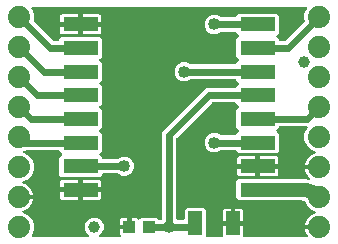
<source format=gbr>
G04 EAGLE Gerber RS-274X export*
G75*
%MOMM*%
%FSLAX34Y34*%
%LPD*%
%INTop Copper*%
%IPPOS*%
%AMOC8*
5,1,8,0,0,1.08239X$1,22.5*%
G01*
%ADD10R,3.000000X1.200000*%
%ADD11R,1.100000X1.000000*%
%ADD12C,1.879600*%
%ADD13C,1.000000*%
%ADD14R,1.200000X2.000000*%
%ADD15C,1.016000*%
%ADD16C,0.609600*%
%ADD17C,1.193800*%

G36*
X71031Y4069D02*
X71031Y4069D01*
X71060Y4066D01*
X71171Y4089D01*
X71283Y4105D01*
X71310Y4117D01*
X71339Y4122D01*
X71439Y4175D01*
X71543Y4221D01*
X71565Y4240D01*
X71591Y4253D01*
X71673Y4331D01*
X71760Y4404D01*
X71776Y4429D01*
X71797Y4449D01*
X71854Y4547D01*
X71917Y4641D01*
X71926Y4669D01*
X71941Y4694D01*
X71969Y4804D01*
X72003Y4912D01*
X72004Y4942D01*
X72011Y4970D01*
X72007Y5083D01*
X72010Y5196D01*
X72003Y5225D01*
X72002Y5254D01*
X71967Y5362D01*
X71938Y5471D01*
X71923Y5497D01*
X71914Y5525D01*
X71869Y5588D01*
X71793Y5716D01*
X71748Y5759D01*
X71720Y5798D01*
X69377Y8141D01*
X68151Y11099D01*
X68151Y14301D01*
X69377Y17259D01*
X71641Y19523D01*
X74599Y20749D01*
X77801Y20749D01*
X80759Y19523D01*
X83023Y17259D01*
X84249Y14301D01*
X84249Y11099D01*
X83023Y8141D01*
X80680Y5798D01*
X80663Y5774D01*
X80640Y5755D01*
X80578Y5661D01*
X80510Y5571D01*
X80499Y5543D01*
X80483Y5519D01*
X80449Y5411D01*
X80408Y5305D01*
X80406Y5276D01*
X80397Y5248D01*
X80394Y5134D01*
X80385Y5022D01*
X80391Y4993D01*
X80390Y4964D01*
X80418Y4854D01*
X80441Y4743D01*
X80454Y4717D01*
X80462Y4689D01*
X80519Y4591D01*
X80572Y4491D01*
X80592Y4469D01*
X80607Y4444D01*
X80689Y4367D01*
X80767Y4285D01*
X80793Y4270D01*
X80814Y4250D01*
X80915Y4198D01*
X81013Y4141D01*
X81041Y4134D01*
X81067Y4120D01*
X81145Y4107D01*
X81288Y4071D01*
X81351Y4073D01*
X81398Y4065D01*
X97891Y4065D01*
X97920Y4069D01*
X97949Y4066D01*
X98060Y4089D01*
X98173Y4105D01*
X98199Y4117D01*
X98228Y4122D01*
X98329Y4174D01*
X98432Y4221D01*
X98454Y4240D01*
X98480Y4253D01*
X98563Y4331D01*
X98649Y4404D01*
X98665Y4429D01*
X98687Y4449D01*
X98744Y4547D01*
X98807Y4641D01*
X98815Y4669D01*
X98830Y4694D01*
X98858Y4804D01*
X98892Y4912D01*
X98893Y4941D01*
X98900Y4970D01*
X98897Y5083D01*
X98900Y5196D01*
X98892Y5225D01*
X98891Y5254D01*
X98856Y5362D01*
X98828Y5471D01*
X98813Y5497D01*
X98804Y5525D01*
X98758Y5589D01*
X98683Y5716D01*
X98637Y5759D01*
X98609Y5798D01*
X98267Y6140D01*
X97932Y6719D01*
X97759Y7366D01*
X97759Y10669D01*
X104784Y10669D01*
X104842Y10677D01*
X104900Y10675D01*
X104982Y10697D01*
X105065Y10709D01*
X105119Y10733D01*
X105175Y10747D01*
X105248Y10790D01*
X105325Y10825D01*
X105369Y10863D01*
X105420Y10893D01*
X105477Y10954D01*
X105542Y11009D01*
X105574Y11057D01*
X105614Y11100D01*
X105653Y11175D01*
X105699Y11245D01*
X105717Y11301D01*
X105744Y11353D01*
X105755Y11421D01*
X105785Y11516D01*
X105788Y11616D01*
X105799Y11684D01*
X105799Y12701D01*
X106816Y12701D01*
X106874Y12709D01*
X106932Y12708D01*
X107014Y12729D01*
X107097Y12741D01*
X107151Y12765D01*
X107207Y12779D01*
X107280Y12822D01*
X107357Y12857D01*
X107401Y12895D01*
X107452Y12925D01*
X107509Y12986D01*
X107574Y13041D01*
X107606Y13089D01*
X107646Y13132D01*
X107685Y13207D01*
X107731Y13277D01*
X107749Y13333D01*
X107776Y13385D01*
X107787Y13453D01*
X107817Y13548D01*
X107820Y13648D01*
X107831Y13716D01*
X107831Y20241D01*
X111634Y20241D01*
X112281Y20068D01*
X112860Y19733D01*
X113223Y19370D01*
X113270Y19335D01*
X113310Y19293D01*
X113383Y19250D01*
X113450Y19199D01*
X113505Y19178D01*
X113555Y19149D01*
X113637Y19128D01*
X113716Y19098D01*
X113774Y19093D01*
X113831Y19079D01*
X113915Y19082D01*
X113999Y19075D01*
X114056Y19086D01*
X114115Y19088D01*
X114195Y19114D01*
X114278Y19130D01*
X114330Y19157D01*
X114385Y19175D01*
X114442Y19216D01*
X114530Y19261D01*
X114602Y19330D01*
X114659Y19370D01*
X116037Y20749D01*
X129563Y20749D01*
X131217Y19094D01*
X131287Y19042D01*
X131351Y18982D01*
X131401Y18956D01*
X131445Y18923D01*
X131526Y18892D01*
X131604Y18852D01*
X131652Y18844D01*
X131710Y18822D01*
X131858Y18810D01*
X131935Y18797D01*
X132588Y18797D01*
X132646Y18805D01*
X132704Y18803D01*
X132786Y18825D01*
X132870Y18837D01*
X132923Y18860D01*
X132979Y18875D01*
X133052Y18918D01*
X133129Y18953D01*
X133174Y18991D01*
X133224Y19020D01*
X133282Y19082D01*
X133346Y19136D01*
X133378Y19185D01*
X133418Y19228D01*
X133457Y19303D01*
X133504Y19373D01*
X133521Y19429D01*
X133548Y19481D01*
X133559Y19549D01*
X133589Y19644D01*
X133592Y19744D01*
X133603Y19812D01*
X133603Y91865D01*
X134531Y94106D01*
X136389Y95964D01*
X168036Y127611D01*
X169894Y129469D01*
X172135Y130397D01*
X195636Y130397D01*
X195694Y130405D01*
X195752Y130403D01*
X195834Y130425D01*
X195918Y130437D01*
X195971Y130460D01*
X196027Y130475D01*
X196100Y130518D01*
X196177Y130553D01*
X196222Y130591D01*
X196272Y130620D01*
X196330Y130682D01*
X196394Y130736D01*
X196426Y130785D01*
X196466Y130828D01*
X196505Y130903D01*
X196552Y130973D01*
X196569Y131029D01*
X196596Y131081D01*
X196607Y131149D01*
X196637Y131244D01*
X196640Y131344D01*
X196651Y131412D01*
X196651Y131563D01*
X198671Y133582D01*
X198706Y133629D01*
X198748Y133669D01*
X198791Y133742D01*
X198841Y133809D01*
X198862Y133864D01*
X198892Y133914D01*
X198913Y133996D01*
X198943Y134075D01*
X198948Y134133D01*
X198962Y134190D01*
X198959Y134274D01*
X198966Y134358D01*
X198955Y134416D01*
X198953Y134474D01*
X198927Y134554D01*
X198910Y134637D01*
X198883Y134689D01*
X198865Y134745D01*
X198825Y134801D01*
X198779Y134889D01*
X198711Y134962D01*
X198671Y135018D01*
X196651Y137037D01*
X196651Y137188D01*
X196643Y137246D01*
X196645Y137304D01*
X196623Y137386D01*
X196611Y137470D01*
X196588Y137523D01*
X196573Y137579D01*
X196530Y137652D01*
X196495Y137729D01*
X196457Y137774D01*
X196428Y137824D01*
X196366Y137882D01*
X196312Y137946D01*
X196263Y137978D01*
X196220Y138018D01*
X196145Y138057D01*
X196075Y138104D01*
X196019Y138121D01*
X195967Y138148D01*
X195899Y138159D01*
X195804Y138189D01*
X195704Y138192D01*
X195636Y138203D01*
X158220Y138203D01*
X158133Y138191D01*
X158046Y138188D01*
X157993Y138171D01*
X157938Y138163D01*
X157858Y138128D01*
X157775Y138101D01*
X157736Y138073D01*
X157679Y138047D01*
X157565Y137951D01*
X157502Y137906D01*
X157005Y137409D01*
X154017Y136171D01*
X150783Y136171D01*
X147795Y137409D01*
X145509Y139695D01*
X144271Y142683D01*
X144271Y145917D01*
X145509Y148905D01*
X147795Y151191D01*
X150783Y152429D01*
X154017Y152429D01*
X157005Y151191D01*
X157502Y150694D01*
X157571Y150642D01*
X157635Y150582D01*
X157685Y150556D01*
X157729Y150523D01*
X157811Y150492D01*
X157889Y150452D01*
X157936Y150444D01*
X157995Y150422D01*
X158142Y150410D01*
X158220Y150397D01*
X195636Y150397D01*
X195694Y150405D01*
X195752Y150403D01*
X195834Y150425D01*
X195918Y150437D01*
X195971Y150460D01*
X196027Y150475D01*
X196100Y150518D01*
X196177Y150553D01*
X196222Y150591D01*
X196272Y150620D01*
X196330Y150682D01*
X196394Y150736D01*
X196426Y150785D01*
X196466Y150828D01*
X196505Y150903D01*
X196552Y150973D01*
X196569Y151029D01*
X196596Y151081D01*
X196607Y151149D01*
X196637Y151244D01*
X196640Y151344D01*
X196651Y151412D01*
X196651Y151563D01*
X198671Y153582D01*
X198706Y153629D01*
X198748Y153669D01*
X198791Y153742D01*
X198841Y153809D01*
X198862Y153864D01*
X198892Y153914D01*
X198913Y153996D01*
X198943Y154075D01*
X198948Y154133D01*
X198962Y154190D01*
X198959Y154274D01*
X198966Y154358D01*
X198955Y154416D01*
X198953Y154474D01*
X198927Y154554D01*
X198910Y154637D01*
X198883Y154689D01*
X198865Y154745D01*
X198825Y154801D01*
X198779Y154889D01*
X198736Y154935D01*
X198722Y154958D01*
X198696Y154983D01*
X198671Y155018D01*
X196651Y157037D01*
X196651Y171563D01*
X198671Y173582D01*
X198706Y173629D01*
X198748Y173669D01*
X198791Y173742D01*
X198841Y173809D01*
X198862Y173864D01*
X198892Y173914D01*
X198913Y173996D01*
X198943Y174075D01*
X198948Y174133D01*
X198962Y174190D01*
X198959Y174274D01*
X198966Y174358D01*
X198955Y174416D01*
X198953Y174474D01*
X198927Y174554D01*
X198910Y174637D01*
X198883Y174689D01*
X198865Y174745D01*
X198825Y174801D01*
X198779Y174889D01*
X198711Y174962D01*
X198671Y175018D01*
X196651Y177037D01*
X196651Y177188D01*
X196643Y177246D01*
X196645Y177304D01*
X196623Y177386D01*
X196611Y177470D01*
X196588Y177523D01*
X196573Y177579D01*
X196530Y177652D01*
X196495Y177729D01*
X196457Y177774D01*
X196428Y177824D01*
X196366Y177882D01*
X196312Y177946D01*
X196263Y177978D01*
X196220Y178018D01*
X196145Y178057D01*
X196075Y178104D01*
X196019Y178121D01*
X195967Y178148D01*
X195899Y178159D01*
X195804Y178189D01*
X195704Y178192D01*
X195636Y178203D01*
X183620Y178203D01*
X183533Y178191D01*
X183446Y178188D01*
X183393Y178171D01*
X183338Y178163D01*
X183258Y178128D01*
X183175Y178101D01*
X183136Y178073D01*
X183079Y178047D01*
X182965Y177951D01*
X182902Y177906D01*
X182405Y177409D01*
X179417Y176171D01*
X176183Y176171D01*
X173195Y177409D01*
X170909Y179695D01*
X169671Y182683D01*
X169671Y185917D01*
X170909Y188905D01*
X173195Y191191D01*
X176183Y192429D01*
X179417Y192429D01*
X182405Y191191D01*
X182902Y190694D01*
X182971Y190642D01*
X183035Y190582D01*
X183085Y190556D01*
X183129Y190523D01*
X183211Y190492D01*
X183289Y190452D01*
X183336Y190444D01*
X183395Y190422D01*
X183542Y190410D01*
X183620Y190397D01*
X195636Y190397D01*
X195694Y190405D01*
X195752Y190403D01*
X195834Y190425D01*
X195918Y190437D01*
X195971Y190460D01*
X196027Y190475D01*
X196100Y190518D01*
X196177Y190553D01*
X196222Y190591D01*
X196272Y190620D01*
X196330Y190682D01*
X196394Y190736D01*
X196426Y190785D01*
X196466Y190828D01*
X196505Y190903D01*
X196552Y190973D01*
X196569Y191029D01*
X196596Y191081D01*
X196607Y191149D01*
X196637Y191244D01*
X196640Y191344D01*
X196651Y191412D01*
X196651Y191563D01*
X198437Y193349D01*
X230963Y193349D01*
X232749Y191563D01*
X232749Y177037D01*
X230729Y175018D01*
X230694Y174971D01*
X230652Y174931D01*
X230609Y174858D01*
X230559Y174791D01*
X230538Y174736D01*
X230508Y174686D01*
X230487Y174604D01*
X230457Y174525D01*
X230452Y174467D01*
X230438Y174410D01*
X230441Y174326D01*
X230434Y174242D01*
X230445Y174184D01*
X230447Y174126D01*
X230473Y174046D01*
X230490Y173963D01*
X230517Y173911D01*
X230535Y173855D01*
X230575Y173799D01*
X230621Y173711D01*
X230689Y173638D01*
X230729Y173582D01*
X232749Y171563D01*
X232749Y171412D01*
X232757Y171354D01*
X232755Y171296D01*
X232777Y171214D01*
X232789Y171130D01*
X232812Y171077D01*
X232827Y171021D01*
X232870Y170948D01*
X232905Y170871D01*
X232943Y170826D01*
X232972Y170776D01*
X233034Y170718D01*
X233088Y170654D01*
X233137Y170622D01*
X233180Y170582D01*
X233255Y170543D01*
X233325Y170496D01*
X233381Y170479D01*
X233433Y170452D01*
X233501Y170441D01*
X233596Y170411D01*
X233696Y170408D01*
X233764Y170397D01*
X237554Y170397D01*
X237641Y170409D01*
X237728Y170412D01*
X237781Y170429D01*
X237836Y170437D01*
X237915Y170472D01*
X237999Y170499D01*
X238038Y170527D01*
X238095Y170553D01*
X238208Y170649D01*
X238272Y170694D01*
X254169Y186591D01*
X254170Y186592D01*
X254171Y186593D01*
X254253Y186703D01*
X254340Y186818D01*
X254340Y186819D01*
X254341Y186821D01*
X254391Y186953D01*
X254441Y187084D01*
X254441Y187085D01*
X254441Y187087D01*
X254453Y187231D01*
X254464Y187367D01*
X254464Y187368D01*
X254464Y187370D01*
X254461Y187386D01*
X254408Y187646D01*
X254394Y187673D01*
X254389Y187697D01*
X254253Y188024D01*
X254253Y192976D01*
X256223Y197731D01*
X256252Y197843D01*
X256286Y197952D01*
X256287Y197980D01*
X256294Y198007D01*
X256291Y198121D01*
X256294Y198236D01*
X256287Y198263D01*
X256286Y198291D01*
X256251Y198400D01*
X256222Y198511D01*
X256208Y198535D01*
X256199Y198562D01*
X256135Y198657D01*
X256077Y198756D01*
X256056Y198775D01*
X256041Y198798D01*
X255953Y198872D01*
X255869Y198950D01*
X255845Y198963D01*
X255823Y198981D01*
X255719Y199027D01*
X255616Y199080D01*
X255592Y199084D01*
X255564Y199096D01*
X255300Y199133D01*
X255285Y199135D01*
X24115Y199135D01*
X24001Y199119D01*
X23887Y199109D01*
X23861Y199099D01*
X23833Y199095D01*
X23728Y199048D01*
X23621Y199007D01*
X23599Y198991D01*
X23574Y198979D01*
X23486Y198905D01*
X23395Y198836D01*
X23378Y198813D01*
X23357Y198796D01*
X23293Y198700D01*
X23224Y198608D01*
X23215Y198582D01*
X23199Y198559D01*
X23165Y198449D01*
X23124Y198342D01*
X23122Y198314D01*
X23114Y198288D01*
X23111Y198173D01*
X23101Y198059D01*
X23107Y198034D01*
X23106Y198004D01*
X23173Y197747D01*
X23177Y197731D01*
X25147Y192976D01*
X25147Y188024D01*
X25011Y187697D01*
X25011Y187696D01*
X25010Y187694D01*
X24976Y187561D01*
X24940Y187422D01*
X24940Y187420D01*
X24940Y187419D01*
X24944Y187278D01*
X24948Y187138D01*
X24949Y187136D01*
X24949Y187135D01*
X24994Y186995D01*
X25035Y186867D01*
X25036Y186866D01*
X25036Y186864D01*
X25045Y186852D01*
X25193Y186631D01*
X25217Y186611D01*
X25231Y186591D01*
X41128Y170694D01*
X41198Y170642D01*
X41262Y170582D01*
X41311Y170556D01*
X41355Y170523D01*
X41437Y170492D01*
X41515Y170452D01*
X41562Y170444D01*
X41621Y170422D01*
X41769Y170410D01*
X41846Y170397D01*
X45636Y170397D01*
X45694Y170405D01*
X45752Y170403D01*
X45834Y170425D01*
X45918Y170437D01*
X45971Y170460D01*
X46027Y170475D01*
X46100Y170518D01*
X46177Y170553D01*
X46222Y170591D01*
X46272Y170620D01*
X46330Y170682D01*
X46394Y170736D01*
X46426Y170785D01*
X46466Y170828D01*
X46505Y170903D01*
X46552Y170973D01*
X46569Y171029D01*
X46596Y171081D01*
X46607Y171149D01*
X46637Y171244D01*
X46640Y171344D01*
X46651Y171412D01*
X46651Y171563D01*
X48437Y173349D01*
X80963Y173349D01*
X82749Y171563D01*
X82749Y157037D01*
X80729Y155018D01*
X80719Y155004D01*
X80711Y154997D01*
X80693Y154970D01*
X80652Y154931D01*
X80609Y154858D01*
X80559Y154791D01*
X80538Y154736D01*
X80508Y154686D01*
X80487Y154604D01*
X80457Y154525D01*
X80452Y154467D01*
X80438Y154410D01*
X80441Y154326D01*
X80434Y154242D01*
X80445Y154184D01*
X80447Y154126D01*
X80473Y154046D01*
X80490Y153963D01*
X80517Y153911D01*
X80535Y153855D01*
X80575Y153799D01*
X80621Y153711D01*
X80689Y153638D01*
X80729Y153582D01*
X82749Y151563D01*
X82749Y137037D01*
X80729Y135018D01*
X80694Y134971D01*
X80652Y134931D01*
X80609Y134858D01*
X80559Y134791D01*
X80538Y134736D01*
X80508Y134686D01*
X80487Y134604D01*
X80457Y134525D01*
X80452Y134467D01*
X80438Y134410D01*
X80441Y134326D01*
X80434Y134242D01*
X80445Y134184D01*
X80447Y134126D01*
X80473Y134046D01*
X80490Y133963D01*
X80517Y133911D01*
X80535Y133855D01*
X80575Y133799D01*
X80621Y133711D01*
X80689Y133638D01*
X80729Y133582D01*
X82749Y131563D01*
X82749Y117037D01*
X80729Y115018D01*
X80694Y114971D01*
X80652Y114931D01*
X80609Y114858D01*
X80559Y114791D01*
X80538Y114736D01*
X80508Y114686D01*
X80487Y114604D01*
X80457Y114525D01*
X80452Y114467D01*
X80438Y114410D01*
X80441Y114326D01*
X80434Y114242D01*
X80445Y114184D01*
X80447Y114126D01*
X80473Y114046D01*
X80490Y113963D01*
X80517Y113911D01*
X80535Y113855D01*
X80575Y113799D01*
X80621Y113711D01*
X80689Y113638D01*
X80729Y113582D01*
X82749Y111563D01*
X82749Y97037D01*
X80729Y95018D01*
X80694Y94971D01*
X80652Y94931D01*
X80609Y94858D01*
X80559Y94791D01*
X80538Y94736D01*
X80508Y94686D01*
X80487Y94604D01*
X80457Y94525D01*
X80452Y94467D01*
X80438Y94410D01*
X80441Y94326D01*
X80434Y94242D01*
X80445Y94184D01*
X80447Y94126D01*
X80473Y94046D01*
X80490Y93963D01*
X80517Y93911D01*
X80535Y93855D01*
X80575Y93799D01*
X80621Y93711D01*
X80689Y93638D01*
X80729Y93582D01*
X82749Y91563D01*
X82749Y77037D01*
X80729Y75018D01*
X80694Y74971D01*
X80652Y74931D01*
X80609Y74858D01*
X80559Y74791D01*
X80538Y74736D01*
X80508Y74686D01*
X80487Y74604D01*
X80457Y74525D01*
X80452Y74467D01*
X80438Y74410D01*
X80441Y74326D01*
X80434Y74242D01*
X80445Y74184D01*
X80447Y74126D01*
X80473Y74046D01*
X80490Y73963D01*
X80517Y73911D01*
X80535Y73855D01*
X80575Y73799D01*
X80621Y73711D01*
X80689Y73638D01*
X80729Y73582D01*
X82749Y71563D01*
X82749Y71412D01*
X82757Y71354D01*
X82755Y71296D01*
X82777Y71214D01*
X82789Y71130D01*
X82812Y71077D01*
X82827Y71021D01*
X82870Y70948D01*
X82905Y70871D01*
X82943Y70826D01*
X82972Y70776D01*
X83034Y70718D01*
X83088Y70654D01*
X83137Y70622D01*
X83180Y70582D01*
X83255Y70543D01*
X83325Y70496D01*
X83381Y70479D01*
X83433Y70452D01*
X83501Y70441D01*
X83596Y70411D01*
X83696Y70408D01*
X83764Y70397D01*
X95780Y70397D01*
X95867Y70409D01*
X95954Y70412D01*
X96007Y70429D01*
X96062Y70437D01*
X96142Y70472D01*
X96225Y70499D01*
X96264Y70527D01*
X96321Y70553D01*
X96435Y70649D01*
X96498Y70694D01*
X96995Y71191D01*
X99983Y72429D01*
X103217Y72429D01*
X106205Y71191D01*
X108491Y68905D01*
X109729Y65917D01*
X109729Y62683D01*
X108491Y59695D01*
X106205Y57409D01*
X103217Y56171D01*
X99983Y56171D01*
X96995Y57409D01*
X96498Y57906D01*
X96429Y57958D01*
X96365Y58018D01*
X96315Y58044D01*
X96271Y58077D01*
X96189Y58108D01*
X96111Y58148D01*
X96064Y58156D01*
X96005Y58178D01*
X95858Y58190D01*
X95780Y58203D01*
X83764Y58203D01*
X83706Y58195D01*
X83648Y58197D01*
X83566Y58175D01*
X83482Y58163D01*
X83429Y58140D01*
X83373Y58125D01*
X83300Y58082D01*
X83223Y58047D01*
X83178Y58009D01*
X83128Y57980D01*
X83070Y57918D01*
X83006Y57864D01*
X82974Y57815D01*
X82934Y57772D01*
X82895Y57697D01*
X82848Y57627D01*
X82831Y57571D01*
X82804Y57519D01*
X82793Y57451D01*
X82763Y57356D01*
X82760Y57256D01*
X82749Y57188D01*
X82749Y57037D01*
X80963Y55251D01*
X48437Y55251D01*
X46651Y57037D01*
X46651Y71563D01*
X48671Y73582D01*
X48706Y73629D01*
X48748Y73669D01*
X48791Y73742D01*
X48841Y73809D01*
X48862Y73864D01*
X48892Y73914D01*
X48913Y73996D01*
X48943Y74075D01*
X48948Y74133D01*
X48962Y74190D01*
X48959Y74274D01*
X48966Y74358D01*
X48955Y74416D01*
X48953Y74474D01*
X48927Y74554D01*
X48910Y74637D01*
X48883Y74689D01*
X48865Y74745D01*
X48825Y74801D01*
X48779Y74889D01*
X48711Y74962D01*
X48671Y75018D01*
X46651Y77037D01*
X46651Y77188D01*
X46644Y77242D01*
X46645Y77279D01*
X46644Y77281D01*
X46645Y77304D01*
X46623Y77386D01*
X46611Y77470D01*
X46588Y77523D01*
X46573Y77579D01*
X46530Y77652D01*
X46495Y77729D01*
X46457Y77774D01*
X46428Y77824D01*
X46366Y77882D01*
X46312Y77946D01*
X46263Y77978D01*
X46220Y78018D01*
X46145Y78057D01*
X46075Y78104D01*
X46019Y78121D01*
X45967Y78148D01*
X45899Y78159D01*
X45804Y78189D01*
X45704Y78192D01*
X45636Y78203D01*
X19603Y78203D01*
X19572Y78199D01*
X19541Y78201D01*
X19465Y78184D01*
X19321Y78163D01*
X19267Y78139D01*
X19260Y78138D01*
X19253Y78135D01*
X19214Y78126D01*
X16829Y77138D01*
X16804Y77123D01*
X16776Y77114D01*
X16681Y77051D01*
X16584Y76993D01*
X16564Y76972D01*
X16539Y76956D01*
X16467Y76869D01*
X16389Y76787D01*
X16375Y76761D01*
X16357Y76738D01*
X16311Y76635D01*
X16259Y76534D01*
X16253Y76505D01*
X16241Y76478D01*
X16225Y76366D01*
X16204Y76255D01*
X16206Y76226D01*
X16202Y76197D01*
X16218Y76085D01*
X16228Y75972D01*
X16239Y75945D01*
X16243Y75916D01*
X16289Y75812D01*
X16330Y75707D01*
X16348Y75683D01*
X16360Y75656D01*
X16433Y75570D01*
X16502Y75480D01*
X16525Y75462D01*
X16544Y75440D01*
X16611Y75398D01*
X16729Y75310D01*
X16788Y75288D01*
X16829Y75262D01*
X19751Y74052D01*
X23252Y70551D01*
X25147Y65976D01*
X25147Y61024D01*
X23252Y56449D01*
X19751Y52948D01*
X16089Y51431D01*
X16029Y51396D01*
X15965Y51370D01*
X15907Y51324D01*
X15844Y51287D01*
X15796Y51237D01*
X15742Y51194D01*
X15699Y51134D01*
X15649Y51080D01*
X15617Y51019D01*
X15577Y50962D01*
X15552Y50893D01*
X15518Y50827D01*
X15505Y50760D01*
X15482Y50694D01*
X15478Y50621D01*
X15463Y50548D01*
X15469Y50480D01*
X15465Y50411D01*
X15481Y50339D01*
X15488Y50265D01*
X15513Y50201D01*
X15528Y50133D01*
X15563Y50069D01*
X15590Y50000D01*
X15631Y49945D01*
X15665Y49884D01*
X15717Y49832D01*
X15761Y49773D01*
X15817Y49732D01*
X15866Y49683D01*
X15921Y49654D01*
X15989Y49603D01*
X16097Y49562D01*
X16163Y49528D01*
X17283Y49164D01*
X18957Y48311D01*
X20478Y47206D01*
X21806Y45878D01*
X22911Y44357D01*
X23764Y42683D01*
X24345Y40896D01*
X24466Y40131D01*
X13716Y40131D01*
X13658Y40123D01*
X13600Y40125D01*
X13518Y40103D01*
X13435Y40091D01*
X13381Y40067D01*
X13325Y40053D01*
X13252Y40010D01*
X13175Y39975D01*
X13131Y39937D01*
X13080Y39907D01*
X13023Y39846D01*
X12958Y39791D01*
X12926Y39743D01*
X12886Y39700D01*
X12847Y39625D01*
X12801Y39555D01*
X12783Y39499D01*
X12756Y39447D01*
X12745Y39379D01*
X12715Y39284D01*
X12712Y39184D01*
X12701Y39116D01*
X12701Y37084D01*
X12709Y37026D01*
X12708Y36968D01*
X12729Y36886D01*
X12741Y36803D01*
X12765Y36749D01*
X12779Y36693D01*
X12822Y36620D01*
X12857Y36543D01*
X12895Y36498D01*
X12925Y36448D01*
X12986Y36390D01*
X13041Y36326D01*
X13089Y36294D01*
X13132Y36254D01*
X13207Y36215D01*
X13277Y36169D01*
X13333Y36151D01*
X13385Y36124D01*
X13453Y36113D01*
X13548Y36083D01*
X13648Y36080D01*
X13716Y36069D01*
X24466Y36069D01*
X24345Y35304D01*
X23764Y33517D01*
X22911Y31843D01*
X21806Y30322D01*
X20478Y28994D01*
X18957Y27889D01*
X17283Y27036D01*
X16163Y26672D01*
X16101Y26642D01*
X16035Y26621D01*
X15974Y26580D01*
X15908Y26547D01*
X15857Y26501D01*
X15799Y26462D01*
X15752Y26406D01*
X15697Y26357D01*
X15661Y26298D01*
X15616Y26245D01*
X15586Y26178D01*
X15547Y26115D01*
X15529Y26048D01*
X15501Y25985D01*
X15491Y25912D01*
X15471Y25841D01*
X15471Y25772D01*
X15462Y25703D01*
X15472Y25631D01*
X15473Y25557D01*
X15493Y25490D01*
X15502Y25422D01*
X15533Y25355D01*
X15554Y25284D01*
X15591Y25226D01*
X15620Y25163D01*
X15667Y25107D01*
X15707Y25045D01*
X15759Y24999D01*
X15804Y24947D01*
X15857Y24914D01*
X15921Y24857D01*
X16025Y24808D01*
X16089Y24769D01*
X19751Y23252D01*
X23252Y19751D01*
X25147Y15176D01*
X25147Y10224D01*
X23177Y5469D01*
X23148Y5357D01*
X23114Y5248D01*
X23113Y5220D01*
X23106Y5193D01*
X23109Y5079D01*
X23106Y4964D01*
X23113Y4937D01*
X23114Y4909D01*
X23149Y4800D01*
X23178Y4689D01*
X23192Y4665D01*
X23201Y4638D01*
X23265Y4543D01*
X23323Y4444D01*
X23344Y4425D01*
X23359Y4402D01*
X23447Y4328D01*
X23531Y4250D01*
X23555Y4237D01*
X23577Y4219D01*
X23681Y4173D01*
X23784Y4120D01*
X23808Y4116D01*
X23836Y4104D01*
X24100Y4067D01*
X24115Y4065D01*
X71002Y4065D01*
X71031Y4069D01*
G37*
G36*
X184380Y4072D02*
X184380Y4072D01*
X184429Y4069D01*
X184520Y4091D01*
X184613Y4105D01*
X184658Y4124D01*
X184705Y4136D01*
X184787Y4182D01*
X184873Y4221D01*
X184910Y4252D01*
X184952Y4276D01*
X185018Y4344D01*
X185090Y4404D01*
X185117Y4445D01*
X185151Y4480D01*
X185195Y4563D01*
X185247Y4641D01*
X185262Y4688D01*
X185285Y4731D01*
X185305Y4823D01*
X185333Y4912D01*
X185334Y4961D01*
X185344Y5009D01*
X185337Y5083D01*
X185340Y5196D01*
X185318Y5280D01*
X185312Y5343D01*
X185259Y5541D01*
X185259Y13844D01*
X192784Y13844D01*
X192842Y13852D01*
X192900Y13850D01*
X192982Y13872D01*
X193065Y13884D01*
X193119Y13908D01*
X193175Y13922D01*
X193248Y13965D01*
X193325Y14000D01*
X193369Y14038D01*
X193420Y14068D01*
X193477Y14129D01*
X193542Y14184D01*
X193574Y14232D01*
X193614Y14275D01*
X193653Y14350D01*
X193699Y14420D01*
X193717Y14476D01*
X193744Y14528D01*
X193755Y14596D01*
X193785Y14691D01*
X193788Y14791D01*
X193799Y14859D01*
X193799Y15876D01*
X193801Y15876D01*
X193801Y14859D01*
X193809Y14801D01*
X193808Y14743D01*
X193829Y14661D01*
X193841Y14578D01*
X193865Y14524D01*
X193879Y14468D01*
X193922Y14395D01*
X193957Y14318D01*
X193995Y14273D01*
X194025Y14223D01*
X194086Y14165D01*
X194141Y14101D01*
X194189Y14069D01*
X194232Y14029D01*
X194307Y13990D01*
X194377Y13944D01*
X194433Y13926D01*
X194485Y13899D01*
X194553Y13888D01*
X194648Y13858D01*
X194748Y13855D01*
X194816Y13844D01*
X202341Y13844D01*
X202341Y5541D01*
X202288Y5343D01*
X202282Y5294D01*
X202267Y5248D01*
X202265Y5154D01*
X202253Y5061D01*
X202261Y5012D01*
X202260Y4964D01*
X202284Y4873D01*
X202298Y4780D01*
X202319Y4736D01*
X202332Y4689D01*
X202380Y4608D01*
X202420Y4523D01*
X202452Y4486D01*
X202477Y4444D01*
X202545Y4380D01*
X202607Y4309D01*
X202649Y4283D01*
X202684Y4250D01*
X202768Y4207D01*
X202847Y4156D01*
X202894Y4142D01*
X202937Y4120D01*
X203010Y4108D01*
X203120Y4076D01*
X203207Y4075D01*
X203268Y4065D01*
X256224Y4065D01*
X256315Y4078D01*
X256407Y4081D01*
X256456Y4097D01*
X256506Y4105D01*
X256590Y4142D01*
X256677Y4171D01*
X256719Y4200D01*
X256765Y4221D01*
X256835Y4280D01*
X256911Y4332D01*
X256943Y4372D01*
X256982Y4404D01*
X257033Y4481D01*
X257092Y4552D01*
X257112Y4599D01*
X257140Y4641D01*
X257168Y4729D01*
X257204Y4813D01*
X257210Y4864D01*
X257226Y4912D01*
X257228Y5004D01*
X257239Y5095D01*
X257232Y5146D01*
X257233Y5196D01*
X257210Y5285D01*
X257195Y5376D01*
X257175Y5416D01*
X257161Y5471D01*
X257080Y5608D01*
X257046Y5677D01*
X256489Y6443D01*
X255636Y8117D01*
X255055Y9904D01*
X254934Y10669D01*
X265684Y10669D01*
X265742Y10677D01*
X265800Y10675D01*
X265882Y10697D01*
X265965Y10709D01*
X266019Y10733D01*
X266075Y10747D01*
X266148Y10790D01*
X266225Y10825D01*
X266269Y10863D01*
X266320Y10893D01*
X266377Y10954D01*
X266442Y11009D01*
X266474Y11057D01*
X266514Y11100D01*
X266553Y11175D01*
X266599Y11245D01*
X266617Y11301D01*
X266644Y11353D01*
X266655Y11421D01*
X266685Y11516D01*
X266688Y11616D01*
X266699Y11684D01*
X266699Y13716D01*
X266691Y13774D01*
X266692Y13832D01*
X266671Y13914D01*
X266659Y13997D01*
X266635Y14051D01*
X266621Y14107D01*
X266578Y14180D01*
X266543Y14257D01*
X266505Y14302D01*
X266475Y14352D01*
X266414Y14410D01*
X266359Y14474D01*
X266311Y14506D01*
X266268Y14546D01*
X266193Y14585D01*
X266123Y14631D01*
X266067Y14649D01*
X266015Y14676D01*
X265947Y14687D01*
X265852Y14717D01*
X265752Y14720D01*
X265684Y14731D01*
X254934Y14731D01*
X255055Y15496D01*
X255636Y17283D01*
X256489Y18957D01*
X257594Y20478D01*
X258922Y21806D01*
X260443Y22911D01*
X262117Y23764D01*
X263237Y24128D01*
X263299Y24158D01*
X263365Y24179D01*
X263426Y24220D01*
X263492Y24253D01*
X263543Y24299D01*
X263601Y24338D01*
X263648Y24394D01*
X263703Y24443D01*
X263739Y24502D01*
X263784Y24555D01*
X263814Y24622D01*
X263853Y24685D01*
X263871Y24752D01*
X263899Y24815D01*
X263909Y24888D01*
X263929Y24959D01*
X263929Y25028D01*
X263938Y25097D01*
X263928Y25169D01*
X263927Y25243D01*
X263907Y25310D01*
X263898Y25378D01*
X263867Y25445D01*
X263846Y25516D01*
X263809Y25574D01*
X263780Y25637D01*
X263733Y25693D01*
X263693Y25755D01*
X263641Y25801D01*
X263596Y25853D01*
X263543Y25886D01*
X263479Y25943D01*
X263375Y25992D01*
X263311Y26031D01*
X259649Y27548D01*
X256148Y31049D01*
X254765Y34388D01*
X254759Y34398D01*
X254756Y34409D01*
X254687Y34520D01*
X254621Y34633D01*
X254612Y34641D01*
X254606Y34651D01*
X254509Y34739D01*
X254414Y34828D01*
X254404Y34834D01*
X254395Y34841D01*
X254340Y34866D01*
X254161Y34958D01*
X254120Y34967D01*
X254090Y34980D01*
X253448Y35152D01*
X253326Y35167D01*
X253252Y35185D01*
X251798Y35280D01*
X251761Y35277D01*
X251732Y35282D01*
X231414Y35282D01*
X231327Y35270D01*
X231240Y35267D01*
X231191Y35251D01*
X198437Y35251D01*
X196651Y37037D01*
X196651Y51563D01*
X198437Y53349D01*
X231174Y53349D01*
X231189Y53343D01*
X231337Y53331D01*
X231414Y53318D01*
X255706Y53318D01*
X257910Y52727D01*
X257929Y52725D01*
X257947Y52718D01*
X258070Y52708D01*
X258192Y52693D01*
X258211Y52696D01*
X258231Y52694D01*
X258351Y52718D01*
X258473Y52738D01*
X258490Y52746D01*
X258509Y52750D01*
X258619Y52807D01*
X258730Y52859D01*
X258744Y52872D01*
X258762Y52881D01*
X258851Y52966D01*
X258943Y53047D01*
X258954Y53064D01*
X258968Y53077D01*
X259030Y53183D01*
X259096Y53287D01*
X259102Y53305D01*
X259112Y53322D01*
X259142Y53441D01*
X259177Y53559D01*
X259177Y53579D01*
X259182Y53598D01*
X259178Y53720D01*
X259179Y53844D01*
X259173Y53862D01*
X259173Y53882D01*
X259135Y53999D01*
X259102Y54117D01*
X259091Y54134D01*
X259085Y54152D01*
X259042Y54213D01*
X258952Y54359D01*
X258914Y54393D01*
X258890Y54426D01*
X257594Y55722D01*
X256489Y57243D01*
X255636Y58917D01*
X255055Y60704D01*
X254934Y61469D01*
X265684Y61469D01*
X265742Y61477D01*
X265800Y61475D01*
X265882Y61497D01*
X265965Y61509D01*
X266019Y61533D01*
X266075Y61547D01*
X266148Y61590D01*
X266225Y61625D01*
X266269Y61663D01*
X266320Y61693D01*
X266377Y61754D01*
X266442Y61809D01*
X266474Y61857D01*
X266514Y61900D01*
X266553Y61975D01*
X266599Y62045D01*
X266617Y62101D01*
X266644Y62153D01*
X266655Y62221D01*
X266685Y62316D01*
X266688Y62416D01*
X266699Y62484D01*
X266699Y64516D01*
X266691Y64574D01*
X266692Y64632D01*
X266671Y64714D01*
X266659Y64797D01*
X266635Y64851D01*
X266621Y64907D01*
X266578Y64980D01*
X266543Y65057D01*
X266505Y65102D01*
X266475Y65152D01*
X266414Y65210D01*
X266359Y65274D01*
X266311Y65306D01*
X266268Y65346D01*
X266193Y65385D01*
X266123Y65431D01*
X266067Y65449D01*
X266015Y65476D01*
X265947Y65487D01*
X265852Y65517D01*
X265752Y65520D01*
X265684Y65531D01*
X254934Y65531D01*
X255055Y66296D01*
X255636Y68083D01*
X256489Y69757D01*
X257594Y71278D01*
X258922Y72606D01*
X260443Y73711D01*
X262117Y74564D01*
X263237Y74928D01*
X263299Y74958D01*
X263365Y74979D01*
X263426Y75020D01*
X263492Y75053D01*
X263543Y75099D01*
X263601Y75138D01*
X263648Y75194D01*
X263703Y75243D01*
X263739Y75302D01*
X263784Y75355D01*
X263814Y75422D01*
X263853Y75485D01*
X263871Y75552D01*
X263899Y75615D01*
X263909Y75688D01*
X263929Y75759D01*
X263929Y75828D01*
X263938Y75897D01*
X263928Y75969D01*
X263927Y76043D01*
X263907Y76110D01*
X263898Y76178D01*
X263867Y76245D01*
X263846Y76316D01*
X263809Y76374D01*
X263780Y76437D01*
X263733Y76493D01*
X263693Y76555D01*
X263641Y76601D01*
X263596Y76653D01*
X263543Y76686D01*
X263479Y76743D01*
X263375Y76792D01*
X263311Y76831D01*
X259649Y78348D01*
X256148Y81849D01*
X254253Y86424D01*
X254253Y91376D01*
X256148Y95951D01*
X256668Y96470D01*
X256685Y96494D01*
X256708Y96513D01*
X256771Y96607D01*
X256839Y96697D01*
X256849Y96725D01*
X256865Y96749D01*
X256900Y96857D01*
X256940Y96963D01*
X256942Y96992D01*
X256951Y97020D01*
X256954Y97134D01*
X256963Y97246D01*
X256958Y97275D01*
X256958Y97304D01*
X256930Y97414D01*
X256908Y97525D01*
X256894Y97551D01*
X256887Y97579D01*
X256829Y97677D01*
X256777Y97777D01*
X256756Y97799D01*
X256741Y97824D01*
X256659Y97901D01*
X256581Y97983D01*
X256556Y97998D01*
X256534Y98018D01*
X256433Y98070D01*
X256336Y98127D01*
X256307Y98134D01*
X256281Y98148D01*
X256204Y98161D01*
X256060Y98197D01*
X255998Y98195D01*
X255950Y98203D01*
X233764Y98203D01*
X233706Y98195D01*
X233648Y98197D01*
X233566Y98175D01*
X233482Y98163D01*
X233429Y98140D01*
X233373Y98125D01*
X233300Y98082D01*
X233223Y98047D01*
X233178Y98009D01*
X233128Y97980D01*
X233070Y97918D01*
X233006Y97864D01*
X232974Y97815D01*
X232934Y97772D01*
X232895Y97697D01*
X232848Y97627D01*
X232831Y97571D01*
X232804Y97519D01*
X232793Y97451D01*
X232763Y97356D01*
X232760Y97256D01*
X232749Y97188D01*
X232749Y97037D01*
X230729Y95018D01*
X230694Y94971D01*
X230652Y94931D01*
X230609Y94858D01*
X230559Y94791D01*
X230538Y94736D01*
X230508Y94686D01*
X230487Y94604D01*
X230457Y94525D01*
X230452Y94467D01*
X230438Y94410D01*
X230441Y94326D01*
X230434Y94242D01*
X230445Y94184D01*
X230447Y94126D01*
X230473Y94046D01*
X230490Y93963D01*
X230517Y93911D01*
X230535Y93855D01*
X230575Y93799D01*
X230621Y93711D01*
X230689Y93638D01*
X230729Y93582D01*
X232749Y91563D01*
X232749Y77037D01*
X230963Y75251D01*
X198437Y75251D01*
X196651Y77037D01*
X196651Y77188D01*
X196644Y77242D01*
X196645Y77279D01*
X196644Y77281D01*
X196645Y77304D01*
X196623Y77386D01*
X196611Y77470D01*
X196588Y77523D01*
X196573Y77579D01*
X196530Y77652D01*
X196495Y77729D01*
X196457Y77774D01*
X196428Y77824D01*
X196366Y77882D01*
X196312Y77946D01*
X196263Y77978D01*
X196220Y78018D01*
X196145Y78057D01*
X196075Y78104D01*
X196019Y78121D01*
X195967Y78148D01*
X195899Y78159D01*
X195804Y78189D01*
X195704Y78192D01*
X195636Y78203D01*
X183620Y78203D01*
X183533Y78191D01*
X183446Y78188D01*
X183393Y78171D01*
X183338Y78163D01*
X183258Y78128D01*
X183175Y78101D01*
X183136Y78073D01*
X183079Y78047D01*
X182965Y77951D01*
X182902Y77906D01*
X182405Y77409D01*
X179417Y76171D01*
X176183Y76171D01*
X173195Y77409D01*
X170909Y79695D01*
X169671Y82683D01*
X169671Y85917D01*
X170909Y88905D01*
X173195Y91191D01*
X176183Y92429D01*
X179417Y92429D01*
X182405Y91191D01*
X182902Y90694D01*
X182971Y90642D01*
X183035Y90582D01*
X183085Y90556D01*
X183129Y90523D01*
X183211Y90492D01*
X183289Y90452D01*
X183336Y90444D01*
X183395Y90422D01*
X183542Y90410D01*
X183620Y90397D01*
X195636Y90397D01*
X195694Y90405D01*
X195752Y90403D01*
X195834Y90425D01*
X195918Y90437D01*
X195971Y90460D01*
X196027Y90475D01*
X196100Y90518D01*
X196177Y90553D01*
X196222Y90591D01*
X196272Y90620D01*
X196330Y90682D01*
X196394Y90736D01*
X196426Y90785D01*
X196466Y90828D01*
X196505Y90903D01*
X196552Y90973D01*
X196569Y91029D01*
X196596Y91081D01*
X196607Y91149D01*
X196637Y91244D01*
X196640Y91344D01*
X196651Y91412D01*
X196651Y91563D01*
X198671Y93582D01*
X198706Y93629D01*
X198748Y93669D01*
X198791Y93742D01*
X198841Y93809D01*
X198862Y93864D01*
X198892Y93914D01*
X198913Y93996D01*
X198943Y94075D01*
X198948Y94133D01*
X198962Y94190D01*
X198959Y94274D01*
X198966Y94358D01*
X198955Y94416D01*
X198953Y94474D01*
X198927Y94554D01*
X198910Y94637D01*
X198883Y94689D01*
X198865Y94745D01*
X198825Y94801D01*
X198779Y94889D01*
X198711Y94962D01*
X198671Y95018D01*
X196651Y97037D01*
X196651Y111563D01*
X198671Y113582D01*
X198706Y113629D01*
X198748Y113669D01*
X198791Y113742D01*
X198841Y113809D01*
X198862Y113864D01*
X198892Y113914D01*
X198913Y113996D01*
X198943Y114075D01*
X198948Y114133D01*
X198962Y114190D01*
X198959Y114274D01*
X198966Y114358D01*
X198955Y114416D01*
X198953Y114474D01*
X198927Y114554D01*
X198910Y114637D01*
X198883Y114689D01*
X198865Y114745D01*
X198825Y114801D01*
X198779Y114889D01*
X198711Y114962D01*
X198671Y115018D01*
X196651Y117037D01*
X196651Y117188D01*
X196643Y117246D01*
X196645Y117304D01*
X196623Y117386D01*
X196611Y117470D01*
X196588Y117523D01*
X196573Y117579D01*
X196530Y117652D01*
X196495Y117729D01*
X196457Y117774D01*
X196428Y117824D01*
X196366Y117882D01*
X196312Y117946D01*
X196263Y117978D01*
X196220Y118018D01*
X196145Y118057D01*
X196075Y118104D01*
X196019Y118121D01*
X195967Y118148D01*
X195899Y118159D01*
X195804Y118189D01*
X195704Y118192D01*
X195636Y118203D01*
X176293Y118203D01*
X176207Y118191D01*
X176119Y118188D01*
X176067Y118171D01*
X176012Y118163D01*
X175932Y118128D01*
X175849Y118101D01*
X175810Y118073D01*
X175753Y118047D01*
X175639Y117951D01*
X175576Y117906D01*
X146094Y88424D01*
X146042Y88355D01*
X145982Y88291D01*
X145956Y88241D01*
X145923Y88197D01*
X145892Y88116D01*
X145852Y88038D01*
X145844Y87990D01*
X145822Y87932D01*
X145810Y87784D01*
X145797Y87707D01*
X145797Y19812D01*
X145805Y19754D01*
X145803Y19696D01*
X145825Y19614D01*
X145837Y19530D01*
X145860Y19477D01*
X145875Y19421D01*
X145918Y19348D01*
X145953Y19271D01*
X145991Y19226D01*
X146020Y19176D01*
X146082Y19118D01*
X146136Y19054D01*
X146185Y19022D01*
X146228Y18982D01*
X146303Y18943D01*
X146373Y18896D01*
X146429Y18879D01*
X146481Y18852D01*
X146549Y18841D01*
X146644Y18811D01*
X146744Y18808D01*
X146812Y18797D01*
X151736Y18797D01*
X151794Y18805D01*
X151852Y18803D01*
X151934Y18825D01*
X152018Y18837D01*
X152071Y18860D01*
X152127Y18875D01*
X152200Y18918D01*
X152277Y18953D01*
X152322Y18991D01*
X152372Y19020D01*
X152430Y19082D01*
X152494Y19136D01*
X152526Y19185D01*
X152566Y19228D01*
X152605Y19303D01*
X152652Y19373D01*
X152669Y19429D01*
X152696Y19481D01*
X152707Y19549D01*
X152737Y19644D01*
X152740Y19744D01*
X152751Y19812D01*
X152751Y27138D01*
X154537Y28924D01*
X169063Y28924D01*
X170849Y27138D01*
X170849Y5080D01*
X170857Y5022D01*
X170855Y4964D01*
X170877Y4882D01*
X170889Y4798D01*
X170912Y4745D01*
X170927Y4689D01*
X170970Y4616D01*
X171005Y4539D01*
X171043Y4494D01*
X171072Y4444D01*
X171134Y4386D01*
X171188Y4322D01*
X171237Y4290D01*
X171280Y4250D01*
X171355Y4211D01*
X171425Y4164D01*
X171481Y4147D01*
X171533Y4120D01*
X171601Y4109D01*
X171696Y4079D01*
X171796Y4076D01*
X171864Y4065D01*
X184332Y4065D01*
X184380Y4072D01*
G37*
%LPC*%
G36*
X66731Y186331D02*
X66731Y186331D01*
X66731Y192841D01*
X80034Y192841D01*
X80681Y192668D01*
X81260Y192333D01*
X81733Y191860D01*
X82068Y191281D01*
X82241Y190634D01*
X82241Y186331D01*
X66731Y186331D01*
G37*
%LPD*%
%LPC*%
G36*
X216731Y66331D02*
X216731Y66331D01*
X216731Y72841D01*
X230034Y72841D01*
X230681Y72668D01*
X231260Y72333D01*
X231733Y71860D01*
X232068Y71281D01*
X232241Y70634D01*
X232241Y66331D01*
X216731Y66331D01*
G37*
%LPD*%
%LPC*%
G36*
X66731Y46331D02*
X66731Y46331D01*
X66731Y52841D01*
X80034Y52841D01*
X80681Y52668D01*
X81260Y52333D01*
X81733Y51860D01*
X82068Y51281D01*
X82241Y50634D01*
X82241Y46331D01*
X66731Y46331D01*
G37*
%LPD*%
%LPC*%
G36*
X47159Y186331D02*
X47159Y186331D01*
X47159Y190634D01*
X47332Y191281D01*
X47667Y191860D01*
X48140Y192333D01*
X48719Y192668D01*
X49366Y192841D01*
X62669Y192841D01*
X62669Y186331D01*
X47159Y186331D01*
G37*
%LPD*%
%LPC*%
G36*
X197159Y66331D02*
X197159Y66331D01*
X197159Y70634D01*
X197332Y71281D01*
X197667Y71860D01*
X198140Y72333D01*
X198719Y72668D01*
X199366Y72841D01*
X212669Y72841D01*
X212669Y66331D01*
X197159Y66331D01*
G37*
%LPD*%
%LPC*%
G36*
X47159Y46331D02*
X47159Y46331D01*
X47159Y50634D01*
X47332Y51281D01*
X47667Y51860D01*
X48140Y52333D01*
X48719Y52668D01*
X49366Y52841D01*
X62669Y52841D01*
X62669Y46331D01*
X47159Y46331D01*
G37*
%LPD*%
%LPC*%
G36*
X49366Y175759D02*
X49366Y175759D01*
X48719Y175932D01*
X48140Y176267D01*
X47667Y176740D01*
X47332Y177319D01*
X47159Y177966D01*
X47159Y182269D01*
X62669Y182269D01*
X62669Y175759D01*
X49366Y175759D01*
G37*
%LPD*%
%LPC*%
G36*
X199366Y55759D02*
X199366Y55759D01*
X198719Y55932D01*
X198140Y56267D01*
X197667Y56740D01*
X197332Y57319D01*
X197159Y57966D01*
X197159Y62269D01*
X212669Y62269D01*
X212669Y55759D01*
X199366Y55759D01*
G37*
%LPD*%
%LPC*%
G36*
X49366Y35759D02*
X49366Y35759D01*
X48719Y35932D01*
X48140Y36267D01*
X47667Y36740D01*
X47332Y37319D01*
X47159Y37966D01*
X47159Y42269D01*
X62669Y42269D01*
X62669Y35759D01*
X49366Y35759D01*
G37*
%LPD*%
%LPC*%
G36*
X66731Y175759D02*
X66731Y175759D01*
X66731Y182269D01*
X82241Y182269D01*
X82241Y177966D01*
X82068Y177319D01*
X81733Y176740D01*
X81260Y176267D01*
X80681Y175932D01*
X80034Y175759D01*
X66731Y175759D01*
G37*
%LPD*%
%LPC*%
G36*
X216731Y55759D02*
X216731Y55759D01*
X216731Y62269D01*
X232241Y62269D01*
X232241Y57966D01*
X232068Y57319D01*
X231733Y56740D01*
X231260Y56267D01*
X230681Y55932D01*
X230034Y55759D01*
X216731Y55759D01*
G37*
%LPD*%
%LPC*%
G36*
X66731Y35759D02*
X66731Y35759D01*
X66731Y42269D01*
X82241Y42269D01*
X82241Y37966D01*
X82068Y37319D01*
X81733Y36740D01*
X81260Y36267D01*
X80681Y35932D01*
X80034Y35759D01*
X66731Y35759D01*
G37*
%LPD*%
%LPC*%
G36*
X195831Y17906D02*
X195831Y17906D01*
X195831Y28416D01*
X200134Y28416D01*
X200781Y28243D01*
X201360Y27908D01*
X201833Y27435D01*
X202168Y26856D01*
X202341Y26209D01*
X202341Y17906D01*
X195831Y17906D01*
G37*
%LPD*%
%LPC*%
G36*
X185259Y17906D02*
X185259Y17906D01*
X185259Y26209D01*
X185432Y26856D01*
X185767Y27435D01*
X186240Y27908D01*
X186819Y28243D01*
X187466Y28416D01*
X191769Y28416D01*
X191769Y17906D01*
X185259Y17906D01*
G37*
%LPD*%
%LPC*%
G36*
X97759Y14731D02*
X97759Y14731D01*
X97759Y18034D01*
X97932Y18681D01*
X98267Y19260D01*
X98740Y19733D01*
X99319Y20068D01*
X99966Y20241D01*
X103769Y20241D01*
X103769Y14731D01*
X97759Y14731D01*
G37*
%LPD*%
%LPC*%
G36*
X64699Y184299D02*
X64699Y184299D01*
X64699Y184301D01*
X64701Y184301D01*
X64701Y184299D01*
X64699Y184299D01*
G37*
%LPD*%
%LPC*%
G36*
X214699Y64299D02*
X214699Y64299D01*
X214699Y64301D01*
X214701Y64301D01*
X214701Y64299D01*
X214699Y64299D01*
G37*
%LPD*%
%LPC*%
G36*
X64699Y44299D02*
X64699Y44299D01*
X64699Y44301D01*
X64701Y44301D01*
X64701Y44299D01*
X64699Y44299D01*
G37*
%LPD*%
D10*
X64700Y124300D03*
X64700Y144300D03*
X64700Y164300D03*
X64700Y184300D03*
X64700Y104300D03*
X64700Y84300D03*
X64700Y64300D03*
X64700Y44300D03*
X214700Y44300D03*
X214700Y64300D03*
X214700Y84300D03*
X214700Y104300D03*
X214700Y124300D03*
X214700Y144300D03*
X214700Y164300D03*
X214700Y184300D03*
D11*
X122800Y12700D03*
X105800Y12700D03*
D12*
X266700Y63500D03*
X266700Y38100D03*
X266700Y12700D03*
X12700Y12700D03*
X12700Y38100D03*
X12700Y190500D03*
X12700Y165100D03*
X12700Y139700D03*
X12700Y114300D03*
X12700Y88900D03*
X12700Y63500D03*
X266700Y190500D03*
X266700Y165100D03*
X266700Y139700D03*
X266700Y114300D03*
X266700Y88900D03*
D13*
X76200Y12700D03*
X254000Y152400D03*
D14*
X161800Y15875D03*
X193800Y15875D03*
D15*
X177800Y44450D03*
X101600Y44450D03*
X127000Y44450D03*
X152400Y44450D03*
X127000Y184150D03*
X152400Y184150D03*
X101600Y184150D03*
X101600Y111125D03*
X139700Y111125D03*
X177800Y111125D03*
D16*
X173348Y124300D02*
X139700Y90652D01*
X139700Y12700D01*
D15*
X139700Y12700D03*
D16*
X122800Y12700D01*
X173348Y124300D02*
X214700Y124300D01*
X161800Y12700D02*
X139700Y12700D01*
X161800Y12700D02*
X161800Y15875D01*
X152400Y144300D02*
X214700Y144300D01*
D15*
X152400Y144300D03*
D16*
X214700Y164300D02*
X240500Y164300D01*
X266700Y190500D01*
X214700Y184300D02*
X177800Y184300D01*
D15*
X177800Y184300D03*
D16*
X177800Y84300D02*
X214700Y84300D01*
D15*
X177800Y84300D03*
D16*
X64700Y164300D02*
X38900Y164300D01*
X12700Y190500D01*
X33500Y144300D02*
X64700Y144300D01*
X33500Y144300D02*
X12700Y165100D01*
X28100Y124300D02*
X64700Y124300D01*
X28100Y124300D02*
X12700Y139700D01*
X22700Y104300D02*
X64700Y104300D01*
X22700Y104300D02*
X12700Y114300D01*
X17300Y84300D02*
X64700Y84300D01*
X17300Y84300D02*
X12700Y88900D01*
D17*
X214700Y44300D02*
X251732Y44300D01*
X252251Y44294D01*
X252771Y44275D01*
X253289Y44243D01*
X253807Y44198D01*
X254323Y44141D01*
X254838Y44071D01*
X255351Y43988D01*
X255862Y43893D01*
X256370Y43786D01*
X256875Y43666D01*
X257378Y43533D01*
X257877Y43389D01*
X258372Y43232D01*
X258863Y43063D01*
X259350Y42882D01*
X259833Y42689D01*
X260310Y42484D01*
X260782Y42268D01*
X261249Y42040D01*
X261711Y41801D01*
X262166Y41550D01*
X262615Y41288D01*
X263057Y41016D01*
X263492Y40733D01*
X263921Y40439D01*
X264342Y40134D01*
X264755Y39820D01*
X265161Y39495D01*
X265558Y39161D01*
X265948Y38816D01*
X266328Y38463D01*
X266700Y38100D01*
D16*
X101600Y64300D02*
X64700Y64300D01*
D15*
X101600Y64300D03*
D16*
X214700Y104300D02*
X256700Y104300D01*
X266700Y114300D01*
M02*

</source>
